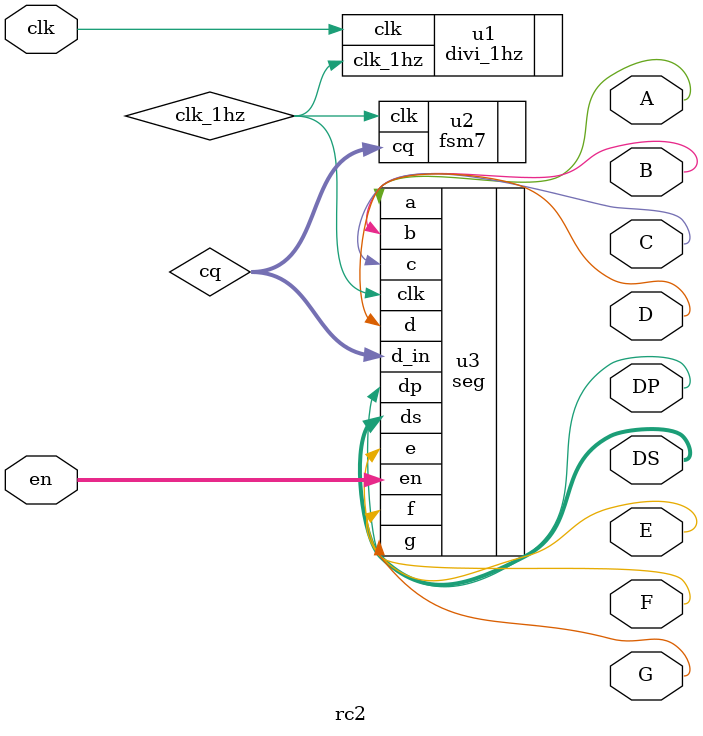
<source format=v>
module rc2(clk,en,A,B,C,D,E,F,G,DP,DS);
input clk;input[7:0]en;
output wire A,B,C,D,E,F,G,DP;output[7:0]DS;

wire clk_1hz;
wire [3:0]cq;
//divi_1hz
divi_1hz u1(.clk(clk),.clk_1hz(clk_1hz));
//fsm7
fsm7 u2(.clk(clk_1hz),.cq(cq));
//seg
seg u3(.clk(clk_1hz),.d_in(cq),.en(en),.a(A),.b(B),.c(C),.d(D),.e(E),.f(F),.g(G),.dp(DP),.ds(DS));
//d_in,a,b,c,d,e,f,g,dp,ds;
endmodule

</source>
